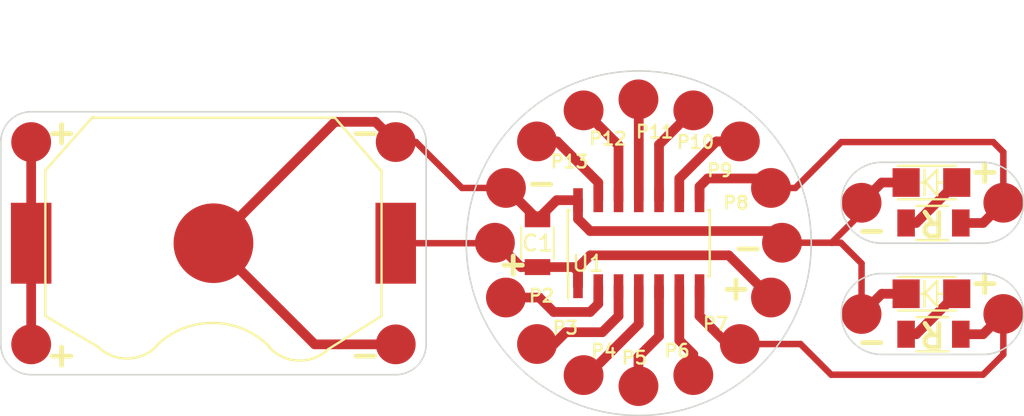
<source format=kicad_pcb>
(kicad_pcb (version 4) (host pcbnew 4.0.6)

  (general
    (links 35)
    (no_connects 1)
    (area 107.264999 72.865 171.9774 98.495153)
    (thickness 1.6)
    (drawings 36)
    (tracks 97)
    (zones 0)
    (modules 31)
    (nets 17)
  )

  (page USLetter)
  (layers
    (0 F.Cu signal)
    (31 B.Cu signal)
    (34 B.Paste user)
    (35 F.Paste user)
    (36 B.SilkS user)
    (37 F.SilkS user)
    (38 B.Mask user)
    (39 F.Mask user)
    (40 Dwgs.User user)
    (44 Edge.Cuts user)
    (46 B.CrtYd user)
  )

  (setup
    (last_trace_width 0.1524)
    (user_trace_width 0.2032)
    (user_trace_width 0.254)
    (user_trace_width 0.3048)
    (user_trace_width 0.4064)
    (user_trace_width 0.5588)
    (user_trace_width 0.6096)
    (user_trace_width 2.032)
    (trace_clearance 0.1524)
    (zone_clearance 0.35)
    (zone_45_only no)
    (trace_min 0.1524)
    (segment_width 0.4)
    (edge_width 0.1)
    (via_size 0.6858)
    (via_drill 0.3302)
    (via_min_size 0.6858)
    (via_min_drill 0.3302)
    (user_via 1 0.5)
    (uvia_size 0.762)
    (uvia_drill 0.508)
    (uvias_allowed no)
    (uvia_min_size 0.508)
    (uvia_min_drill 0.127)
    (pcb_text_width 0.3)
    (pcb_text_size 1.5 1.5)
    (mod_edge_width 0.15)
    (mod_text_size 1 1)
    (mod_text_width 0.15)
    (pad_size 5 5)
    (pad_drill 0)
    (pad_to_mask_clearance 0)
    (aux_axis_origin 0 0)
    (grid_origin 210.82 95.25)
    (visible_elements 7FFFFFFF)
    (pcbplotparams
      (layerselection 0x01088_00000001)
      (usegerberextensions true)
      (excludeedgelayer true)
      (linewidth 0.100000)
      (plotframeref false)
      (viasonmask false)
      (mode 1)
      (useauxorigin false)
      (hpglpennumber 1)
      (hpglpenspeed 20)
      (hpglpendiameter 15)
      (hpglpenoverlay 2)
      (psnegative false)
      (psa4output false)
      (plotreference true)
      (plotvalue true)
      (plotinvisibletext false)
      (padsonsilk false)
      (subtractmaskfromsilk false)
      (outputformat 1)
      (mirror false)
      (drillshape 0)
      (scaleselection 1)
      (outputdirectory gerbers/))
  )

  (net 0 "")
  (net 1 GND)
  (net 2 +BATT)
  (net 3 /RESET)
  (net 4 /D2)
  (net 5 /D3)
  (net 6 /D7)
  (net 7 /D8)
  (net 8 /D9)
  (net 9 /D10)
  (net 10 /D0)
  (net 11 /D1)
  (net 12 /D5-MISO)
  (net 13 /D6-SCK)
  (net 14 /D4-MOSI)
  (net 15 "Net-(D5-Pad2)")
  (net 16 "Net-(D6-Pad2)")

  (net_class Default "This is the default net class."
    (clearance 0.1524)
    (trace_width 0.1524)
    (via_dia 0.6858)
    (via_drill 0.3302)
    (uvia_dia 0.762)
    (uvia_drill 0.508)
    (add_net +BATT)
    (add_net /D0)
    (add_net /D1)
    (add_net /D10)
    (add_net /D2)
    (add_net /D3)
    (add_net /D4-MOSI)
    (add_net /D5-MISO)
    (add_net /D6-SCK)
    (add_net /D7)
    (add_net /D8)
    (add_net /D9)
    (add_net /RESET)
    (add_net GND)
    (add_net "Net-(D5-Pad2)")
    (add_net "Net-(D6-Pad2)")
  )

  (module footprints:SOIC-14_3.9x8.7mm_Pitch1.27mm (layer F.Cu) (tedit 5C8AB85A) (tstamp 5C62106F)
    (at 147.32 87.63 90)
    (descr "14-Lead Plastic Small Outline (SL) - Narrow, 3.90 mm Body [SOIC] (see Microchip Packaging Specification 00000049BS.pdf)")
    (tags "SOIC 1.27")
    (path /5B62CA43)
    (attr smd)
    (fp_text reference U1 (at -1.27 -3.175 360) (layer F.SilkS)
      (effects (font (size 1 1) (thickness 0.15)))
    )
    (fp_text value ATTINY84A-SSU (at 0 5.375 90) (layer F.Fab)
      (effects (font (size 1 1) (thickness 0.15)))
    )
    (fp_text user %R (at 0 0 90) (layer F.Fab)
      (effects (font (size 0.9 0.9) (thickness 0.135)))
    )
    (fp_line (start -0.95 -4.35) (end 1.95 -4.35) (layer F.Fab) (width 0.15))
    (fp_line (start 1.95 -4.35) (end 1.95 4.35) (layer F.Fab) (width 0.15))
    (fp_line (start 1.95 4.35) (end -1.95 4.35) (layer F.Fab) (width 0.15))
    (fp_line (start -1.95 4.35) (end -1.95 -3.35) (layer F.Fab) (width 0.15))
    (fp_line (start -1.95 -3.35) (end -0.95 -4.35) (layer F.Fab) (width 0.15))
    (fp_line (start -3.7 -4.65) (end -3.7 4.65) (layer F.CrtYd) (width 0.05))
    (fp_line (start 3.7 -4.65) (end 3.7 4.65) (layer F.CrtYd) (width 0.05))
    (fp_line (start -3.7 -4.65) (end 3.7 -4.65) (layer F.CrtYd) (width 0.05))
    (fp_line (start -3.7 4.65) (end 3.7 4.65) (layer F.CrtYd) (width 0.05))
    (fp_line (start -2.075 -4.45) (end -2.075 -4.425) (layer F.SilkS) (width 0.15))
    (fp_line (start 2.075 -4.45) (end 2.075 -4.335) (layer F.SilkS) (width 0.15))
    (fp_line (start 2.075 4.45) (end 2.075 4.335) (layer F.SilkS) (width 0.15))
    (fp_line (start -2.075 4.45) (end -2.075 4.335) (layer F.SilkS) (width 0.15))
    (fp_line (start -2.075 -4.45) (end 2.075 -4.45) (layer F.SilkS) (width 0.15))
    (fp_line (start -2.075 4.45) (end 2.075 4.45) (layer F.SilkS) (width 0.15))
    (fp_line (start -2.075 -4.425) (end -3.45 -4.425) (layer F.SilkS) (width 0.15))
    (pad 1 smd rect (at -2.7 -3.81 90) (size 1.5 0.6) (layers F.Cu F.Paste F.Mask)
      (net 2 +BATT))
    (pad 2 smd rect (at -2.7 -2.54 90) (size 1.5 0.6) (layers F.Cu F.Paste F.Mask)
      (net 10 /D0))
    (pad 3 smd rect (at -2.7 -1.27 90) (size 1.5 0.6) (layers F.Cu F.Paste F.Mask)
      (net 11 /D1))
    (pad 4 smd rect (at -2.7 0 90) (size 1.5 0.6) (layers F.Cu F.Paste F.Mask)
      (net 3 /RESET))
    (pad 5 smd rect (at -2.7 1.27 90) (size 1.5 0.6) (layers F.Cu F.Paste F.Mask)
      (net 4 /D2))
    (pad 6 smd rect (at -2.7 2.54 90) (size 1.5 0.6) (layers F.Cu F.Paste F.Mask)
      (net 5 /D3))
    (pad 7 smd rect (at -2.7 3.81 90) (size 1.5 0.6) (layers F.Cu F.Paste F.Mask)
      (net 14 /D4-MOSI))
    (pad 8 smd rect (at 2.7 3.81 90) (size 1.5 0.6) (layers F.Cu F.Paste F.Mask)
      (net 12 /D5-MISO))
    (pad 9 smd rect (at 2.7 2.54 90) (size 1.5 0.6) (layers F.Cu F.Paste F.Mask)
      (net 13 /D6-SCK))
    (pad 10 smd rect (at 2.7 1.27 90) (size 1.5 0.6) (layers F.Cu F.Paste F.Mask)
      (net 6 /D7))
    (pad 11 smd rect (at 2.7 0 90) (size 1.5 0.6) (layers F.Cu F.Paste F.Mask)
      (net 7 /D8))
    (pad 12 smd rect (at 2.7 -1.27 90) (size 1.5 0.6) (layers F.Cu F.Paste F.Mask)
      (net 8 /D9))
    (pad 13 smd rect (at 2.7 -2.54 90) (size 1.5 0.6) (layers F.Cu F.Paste F.Mask)
      (net 9 /D10))
    (pad 14 smd rect (at 2.7 -3.81 90) (size 1.5 0.6) (layers F.Cu F.Paste F.Mask)
      (net 1 GND))
    (model ${KISYS3DMOD}/Housings_SOIC.3dshapes/SOIC-14_3.9x8.7mm_Pitch1.27mm.wrl
      (at (xyz 0 0 0))
      (scale (xyz 1 1 1))
      (rotate (xyz 0 0 0))
    )
  )

  (module footprints:C_1206 (layer F.Cu) (tedit 5B765BF3) (tstamp 5C6213A5)
    (at 140.97 87.63 90)
    (descr "Capacitor SMD 1206, reflow soldering, AVX (see smccp.pdf)")
    (tags "capacitor 1206")
    (path /553FDF53)
    (attr smd)
    (fp_text reference C1 (at 0 0 360) (layer F.SilkS)
      (effects (font (size 1 1) (thickness 0.15)))
    )
    (fp_text value "0.1 uF" (at 0 2 90) (layer F.Fab)
      (effects (font (size 1 1) (thickness 0.15)))
    )
    (fp_text user %R (at 0 -1.75 90) (layer F.Fab)
      (effects (font (size 1 1) (thickness 0.15)))
    )
    (fp_line (start -1.6 0.8) (end -1.6 -0.8) (layer F.Fab) (width 0.1))
    (fp_line (start 1.6 0.8) (end -1.6 0.8) (layer F.Fab) (width 0.1))
    (fp_line (start 1.6 -0.8) (end 1.6 0.8) (layer F.Fab) (width 0.1))
    (fp_line (start -1.6 -0.8) (end 1.6 -0.8) (layer F.Fab) (width 0.1))
    (fp_line (start 1 -1.02) (end -1 -1.02) (layer F.SilkS) (width 0.12))
    (fp_line (start -1 1.02) (end 1 1.02) (layer F.SilkS) (width 0.12))
    (fp_line (start -2.25 -1.05) (end 2.25 -1.05) (layer F.CrtYd) (width 0.05))
    (fp_line (start -2.25 -1.05) (end -2.25 1.05) (layer F.CrtYd) (width 0.05))
    (fp_line (start 2.25 1.05) (end 2.25 -1.05) (layer F.CrtYd) (width 0.05))
    (fp_line (start 2.25 1.05) (end -2.25 1.05) (layer F.CrtYd) (width 0.05))
    (pad 1 smd rect (at -1.5 0 90) (size 1 1.6) (layers F.Cu F.Paste F.Mask)
      (net 2 +BATT))
    (pad 2 smd rect (at 1.5 0 90) (size 1 1.6) (layers F.Cu F.Paste F.Mask)
      (net 1 GND))
    (model Capacitors_SMD.3dshapes/C_1206.wrl
      (at (xyz 0 0 0))
      (scale (xyz 1 1 1))
      (rotate (xyz 0 0 0))
    )
  )

  (module footprints:Pad (layer F.Cu) (tedit 5C8AC7CE) (tstamp 5C8CC00B)
    (at 138.3 87.6)
    (path /5C8B3D58)
    (fp_text reference P1 (at 0 0) (layer F.SilkS) hide
      (effects (font (size 0.8 0.8) (thickness 0.15)))
    )
    (fp_text value CONN_01X01 (at 0 0) (layer F.Fab) hide
      (effects (font (size 0.3 0.3) (thickness 0.03175)))
    )
    (pad 1 smd circle (at 0 0) (size 2.5 2.5) (layers F.Cu F.Paste F.Mask)
      (net 2 +BATT))
  )

  (module footprints:Pad (layer F.Cu) (tedit 5C8AC7D0) (tstamp 5C8CC04C)
    (at 138.99 84.16)
    (path /5C8B43E0)
    (fp_text reference P14 (at 0 0) (layer F.SilkS) hide
      (effects (font (size 0.8 0.8) (thickness 0.15)))
    )
    (fp_text value CONN_01X01 (at 0 0) (layer F.Fab) hide
      (effects (font (size 0.3 0.3) (thickness 0.03175)))
    )
    (pad 1 smd circle (at 0 0) (size 2.5 2.5) (layers F.Cu F.Paste F.Mask)
      (net 1 GND))
  )

  (module footprints:Pad (layer F.Cu) (tedit 5C8AC77D) (tstamp 5C8CC047)
    (at 140.94 81.24)
    (path /5C8B1D6D)
    (fp_text reference P13 (at 2.032 1.27) (layer F.SilkS)
      (effects (font (size 0.8 0.8) (thickness 0.15)))
    )
    (fp_text value CONN_01X01 (at 0 0) (layer F.Fab) hide
      (effects (font (size 0.3 0.3) (thickness 0.03175)))
    )
    (pad 1 smd circle (at 0 0) (size 2.5 2.5) (layers F.Cu F.Paste F.Mask)
      (net 9 /D10))
  )

  (module footprints:Pad (layer F.Cu) (tedit 5C8AC77A) (tstamp 5C8CC042)
    (at 143.86 79.29)
    (path /5C8B2881)
    (fp_text reference P12 (at 1.524 1.778) (layer F.SilkS)
      (effects (font (size 0.8 0.8) (thickness 0.15)))
    )
    (fp_text value CONN_01X01 (at 0 0) (layer F.Fab) hide
      (effects (font (size 0.3 0.3) (thickness 0.03175)))
    )
    (pad 1 smd circle (at 0 0) (size 2.5 2.5) (layers F.Cu F.Paste F.Mask)
      (net 8 /D9))
  )

  (module footprints:Pad (layer F.Cu) (tedit 5C8AC778) (tstamp 5C8CC03D)
    (at 147.3 78.6)
    (path /5C8B28D9)
    (fp_text reference P11 (at 1.016 2.032) (layer F.SilkS)
      (effects (font (size 0.8 0.8) (thickness 0.15)))
    )
    (fp_text value CONN_01X01 (at 0 0) (layer F.Fab) hide
      (effects (font (size 0.3 0.3) (thickness 0.03175)))
    )
    (pad 1 smd circle (at 0 0) (size 2.5 2.5) (layers F.Cu F.Paste F.Mask)
      (net 7 /D8))
  )

  (module footprints:Pad (layer F.Cu) (tedit 5C8AD37B) (tstamp 5C8CC038)
    (at 150.74 79.29)
    (path /5C8B2934)
    (fp_text reference P10 (at 0.136 1.99) (layer F.SilkS)
      (effects (font (size 0.8 0.8) (thickness 0.15)))
    )
    (fp_text value CONN_01X01 (at 0 0) (layer F.Fab) hide
      (effects (font (size 0.3 0.3) (thickness 0.03175)))
    )
    (pad 1 smd circle (at 0 0) (size 2.5 2.5) (layers F.Cu F.Paste F.Mask)
      (net 6 /D7))
  )

  (module footprints:Pad (layer F.Cu) (tedit 5C8AD384) (tstamp 5C8CC033)
    (at 153.66 81.24)
    (path /5C8B2992)
    (fp_text reference P9 (at -1.26 1.818) (layer F.SilkS)
      (effects (font (size 0.8 0.8) (thickness 0.15)))
    )
    (fp_text value CONN_01X01 (at 0 0) (layer F.Fab) hide
      (effects (font (size 0.3 0.3) (thickness 0.03175)))
    )
    (pad 1 smd circle (at 0 0) (size 2.5 2.5) (layers F.Cu F.Paste F.Mask)
      (net 13 /D6-SCK))
  )

  (module footprints:Pad (layer F.Cu) (tedit 5C8AD381) (tstamp 5C8CC02E)
    (at 155.61 84.16)
    (path /5C8B29F3)
    (fp_text reference P8 (at -2.194 0.93) (layer F.SilkS)
      (effects (font (size 0.8 0.8) (thickness 0.15)))
    )
    (fp_text value CONN_01X01 (at 0 0) (layer F.Fab) hide
      (effects (font (size 0.3 0.3) (thickness 0.03175)))
    )
    (pad 1 smd circle (at 0 0) (size 2.5 2.5) (layers F.Cu F.Paste F.Mask)
      (net 12 /D5-MISO))
  )

  (module footprints:Pad (layer F.Cu) (tedit 5C8AC7D9) (tstamp 5C8CC0F1)
    (at 155.61 91.04)
    (path /5C8B6080)
    (fp_text reference PP1 (at 0 0) (layer F.SilkS) hide
      (effects (font (size 0.8 0.8) (thickness 0.15)))
    )
    (fp_text value CONN_01X01 (at 0 0) (layer F.Fab) hide
      (effects (font (size 0.3 0.3) (thickness 0.03175)))
    )
    (pad 1 smd circle (at 0 0) (size 2.5 2.5) (layers F.Cu F.Paste F.Mask)
      (net 2 +BATT))
  )

  (module footprints:Pad (layer F.Cu) (tedit 5C8AC7E1) (tstamp 5C8CC0EC)
    (at 156.3 87.6)
    (path /5C8B4D1B)
    (fp_text reference PG1 (at 0 0) (layer F.SilkS) hide
      (effects (font (size 0.8 0.8) (thickness 0.15)))
    )
    (fp_text value CONN_01X01 (at 0 0) (layer F.Fab) hide
      (effects (font (size 0.3 0.3) (thickness 0.03175)))
    )
    (pad 1 smd circle (at 0 0) (size 2.5 2.5) (layers F.Cu F.Paste F.Mask)
      (net 1 GND))
  )

  (module footprints:Pad (layer F.Cu) (tedit 5C8AC767) (tstamp 5C8CC029)
    (at 153.66 93.96)
    (path /5C8B2A57)
    (fp_text reference P7 (at -1.524 -1.27) (layer F.SilkS)
      (effects (font (size 0.8 0.8) (thickness 0.15)))
    )
    (fp_text value CONN_01X01 (at 0 0) (layer F.Fab) hide
      (effects (font (size 0.3 0.3) (thickness 0.03175)))
    )
    (pad 1 smd circle (at 0 0) (size 2.5 2.5) (layers F.Cu F.Paste F.Mask)
      (net 14 /D4-MOSI))
  )

  (module footprints:Pad (layer F.Cu) (tedit 5C8AC765) (tstamp 5C8CC024)
    (at 150.74 95.91)
    (path /5C8B2ABE)
    (fp_text reference P6 (at -1.016 -1.524) (layer F.SilkS)
      (effects (font (size 0.8 0.8) (thickness 0.15)))
    )
    (fp_text value CONN_01X01 (at 0 0) (layer F.Fab) hide
      (effects (font (size 0.3 0.3) (thickness 0.03175)))
    )
    (pad 1 smd circle (at 0 0) (size 2.5 2.5) (layers F.Cu F.Paste F.Mask)
      (net 5 /D3))
  )

  (module footprints:Pad (layer F.Cu) (tedit 5C8AC763) (tstamp 5C8CC01F)
    (at 147.3 96.6)
    (path /5C8B2F6B)
    (fp_text reference P5 (at -0.254 -1.778) (layer F.SilkS)
      (effects (font (size 0.8 0.8) (thickness 0.15)))
    )
    (fp_text value CONN_01X01 (at 0 0) (layer F.Fab) hide
      (effects (font (size 0.3 0.3) (thickness 0.03175)))
    )
    (pad 1 smd circle (at 0 0) (size 2.5 2.5) (layers F.Cu F.Paste F.Mask)
      (net 4 /D2))
  )

  (module footprints:Pad (layer F.Cu) (tedit 5C8AC760) (tstamp 5C8CC01A)
    (at 143.86 95.91)
    (path /5C8B2FDE)
    (fp_text reference P4 (at 1.27 -1.524) (layer F.SilkS)
      (effects (font (size 0.8 0.8) (thickness 0.15)))
    )
    (fp_text value CONN_01X01 (at 0 0) (layer F.Fab) hide
      (effects (font (size 0.3 0.3) (thickness 0.03175)))
    )
    (pad 1 smd circle (at 0 0) (size 2.5 2.5) (layers F.Cu F.Paste F.Mask)
      (net 3 /RESET))
  )

  (module footprints:Pad (layer F.Cu) (tedit 5C8AC75E) (tstamp 5C8CC015)
    (at 140.94 93.96)
    (path /5C8B2EF7)
    (fp_text reference P3 (at 1.778 -1.016) (layer F.SilkS)
      (effects (font (size 0.8 0.8) (thickness 0.15)))
    )
    (fp_text value CONN_01X01 (at 0 0) (layer F.Fab) hide
      (effects (font (size 0.3 0.3) (thickness 0.03175)))
    )
    (pad 1 smd circle (at 0 0) (size 2.5 2.5) (layers F.Cu F.Paste F.Mask)
      (net 11 /D1))
  )

  (module footprints:Pad (layer F.Cu) (tedit 5C8AD366) (tstamp 5C8CC010)
    (at 138.99 91.04)
    (path /5C8B2D08)
    (fp_text reference P2 (at 2.234 -0.108) (layer F.SilkS)
      (effects (font (size 0.8 0.8) (thickness 0.15)))
    )
    (fp_text value CONN_01X01 (at 0 0) (layer F.Fab) hide
      (effects (font (size 0.3 0.3) (thickness 0.03175)))
    )
    (pad 1 smd circle (at 0 0) (size 2.5 2.5) (layers F.Cu F.Paste F.Mask)
      (net 10 /D0))
  )

  (module footprints:BATT_CR2032_SMD (layer F.Cu) (tedit 5C900F15) (tstamp 5C62159D)
    (at 120.65 87.63)
    (tags battery)
    (path /56CFA61E)
    (fp_text reference BT1 (at 0 5.08) (layer F.SilkS) hide
      (effects (font (size 1.72974 1.08712) (thickness 0.27178)))
    )
    (fp_text value Battery (at 0 -2.54) (layer F.SilkS) hide
      (effects (font (size 1.524 1.016) (thickness 0.254)))
    )
    (fp_line (start -7.1755 6.5405) (end -10.541 4.572) (layer F.SilkS) (width 0.15))
    (fp_line (start 7.1755 6.6675) (end 10.541 4.572) (layer F.SilkS) (width 0.15))
    (fp_arc (start -5.4229 4.6355) (end -3.5179 6.4135) (angle 90) (layer F.SilkS) (width 0.15))
    (fp_arc (start 5.4102 4.7625) (end 7.1882 6.6675) (angle 90) (layer F.SilkS) (width 0.15))
    (fp_arc (start -0.0635 10.033) (end -3.556 6.4135) (angle 90) (layer F.SilkS) (width 0.15))
    (fp_line (start 7.62 -7.874) (end 10.541 -4.5085) (layer F.SilkS) (width 0.15))
    (fp_line (start -10.541 -4.572) (end -7.5565 -7.9375) (layer F.SilkS) (width 0.15))
    (fp_line (start -7.62 -7.874) (end 7.62 -7.874) (layer F.SilkS) (width 0.15))
    (fp_line (start -10.541 4.572) (end -10.541 -4.572) (layer F.SilkS) (width 0.15))
    (fp_line (start 10.541 4.572) (end 10.541 -4.572) (layer F.SilkS) (width 0.15))
    (fp_circle (center 0 0) (end -10.16 0) (layer Dwgs.User) (width 0.15))
    (pad 2 smd circle (at 0 0) (size 5 5) (layers F.Cu F.Paste F.Mask)
      (net 1 GND))
    (pad 1 smd rect (at -11.43 0) (size 2.54 5.08) (layers F.Cu F.Paste F.Mask)
      (net 2 +BATT))
    (pad 1 smd rect (at 11.43 0) (size 2.54 5.08) (layers F.Cu F.Paste F.Mask)
      (net 2 +BATT))
    (model "../../../../../../Users/kolsen/Documents/git/KiCad/projects/Attiny/Cylon sew 2/design_files - BATT/BatteryHolder_Keystone_3034_1x20mm.wrl"
      (at (xyz 0 0 0))
      (scale (xyz 1 1 1))
      (rotate (xyz 0 0 0))
    )
  )

  (module footprints:Pad (layer F.Cu) (tedit 5C8AD590) (tstamp 5C8CC00B)
    (at 109.22 93.98)
    (path /5C8B3D58)
    (fp_text reference PP1 (at 0 0) (layer F.SilkS) hide
      (effects (font (size 0.8 0.8) (thickness 0.15)))
    )
    (fp_text value CONN_01X01 (at 0 0) (layer F.Fab) hide
      (effects (font (size 0.3 0.3) (thickness 0.03175)))
    )
    (pad 1 smd circle (at 0 0) (size 2.5 2.5) (layers F.Cu F.Paste F.Mask)
      (net 2 +BATT))
  )

  (module footprints:Pad (layer F.Cu) (tedit 5C8AD599) (tstamp 5C8CC04C)
    (at 109.22 81.28)
    (path /5C8B43E0)
    (fp_text reference PP2 (at 0 0) (layer F.SilkS) hide
      (effects (font (size 0.8 0.8) (thickness 0.15)))
    )
    (fp_text value CONN_01X01 (at 0 0) (layer F.Fab) hide
      (effects (font (size 0.3 0.3) (thickness 0.03175)))
    )
    (pad 1 smd circle (at 0 0) (size 2.5 2.5) (layers F.Cu F.Paste F.Mask)
      (net 2 +BATT))
  )

  (module footprints:Pad (layer F.Cu) (tedit 5C8AD5A1) (tstamp 5C8CC0F1)
    (at 132.08 93.98)
    (path /5C8B7C87)
    (fp_text reference PG1 (at 0 0) (layer F.SilkS) hide
      (effects (font (size 0.8 0.8) (thickness 0.15)))
    )
    (fp_text value CONN_01X01 (at 0 0) (layer F.Fab) hide
      (effects (font (size 0.3 0.3) (thickness 0.03175)))
    )
    (pad 1 smd circle (at 0 0) (size 2.5 2.5) (layers F.Cu F.Paste F.Mask)
      (net 1 GND))
  )

  (module footprints:Pad (layer F.Cu) (tedit 5C8AD5A8) (tstamp 5C8CC0EC)
    (at 132.08 81.28)
    (path /5C8B7C5B)
    (fp_text reference PG2 (at 0 0) (layer F.SilkS) hide
      (effects (font (size 0.8 0.8) (thickness 0.15)))
    )
    (fp_text value CONN_01X01 (at 0 0) (layer F.Fab) hide
      (effects (font (size 0.3 0.3) (thickness 0.03175)))
    )
    (pad 1 smd circle (at 0 0) (size 2.5 2.5) (layers F.Cu F.Paste F.Mask)
      (net 1 GND))
  )

  (module footprints:LED-1206 (layer F.Cu) (tedit 5C8AD87C) (tstamp 5C633066)
    (at 165.735 83.82)
    (descr "LED 1206 smd package")
    (tags "LED1206 SMD")
    (path /5B6126D8)
    (attr smd)
    (fp_text reference D5 (at 0 -2.54) (layer F.SilkS) hide
      (effects (font (size 1.25 1.25) (thickness 0.3125)))
    )
    (fp_text value LED (at 0 2) (layer F.Fab)
      (effects (font (size 1 1) (thickness 0.15)))
    )
    (fp_line (start -0.5 0.7) (end -0.5 0.8) (layer F.SilkS) (width 0.15))
    (fp_line (start -0.5 -0.7) (end -0.5 -0.8) (layer F.SilkS) (width 0.15))
    (fp_line (start 0.3 0) (end 0.6 0) (layer F.SilkS) (width 0.15))
    (fp_line (start 0.3 0.8) (end 0.3 -0.7) (layer F.SilkS) (width 0.15))
    (fp_line (start 0.3 -0.7) (end 0.3 -0.8) (layer F.SilkS) (width 0.15))
    (fp_line (start 0.2 0.7) (end 0.3 0.8) (layer F.SilkS) (width 0.15))
    (fp_line (start 0.2 -0.7) (end 0.3 -0.8) (layer F.SilkS) (width 0.15))
    (fp_line (start -0.7 0) (end -0.5 0) (layer F.SilkS) (width 0.15))
    (fp_line (start -0.5 0.5) (end -0.5 0.7) (layer F.SilkS) (width 0.15))
    (fp_line (start -0.5 -0.5) (end -0.5 -0.7) (layer F.SilkS) (width 0.15))
    (fp_line (start -0.4 0) (end 0.2 0.7) (layer F.SilkS) (width 0.15))
    (fp_line (start 0.2 -0.7) (end -0.4 -0.1) (layer F.SilkS) (width 0.15))
    (fp_line (start -2.15 1.05) (end 1.45 1.05) (layer F.SilkS) (width 0.15))
    (fp_line (start -2.15 -1.05) (end 1.45 -1.05) (layer F.SilkS) (width 0.15))
    (fp_line (start -0.5 -0.5) (end -0.5 0.5) (layer F.SilkS) (width 0.15))
    (fp_line (start 2.5 -1.25) (end -2.5 -1.25) (layer F.CrtYd) (width 0.05))
    (fp_line (start -2.5 -1.25) (end -2.5 1.25) (layer F.CrtYd) (width 0.05))
    (fp_line (start -2.5 1.25) (end 2.5 1.25) (layer F.CrtYd) (width 0.05))
    (fp_line (start 2.5 1.25) (end 2.5 -1.25) (layer F.CrtYd) (width 0.05))
    (pad 2 smd rect (at 1.524 0 180) (size 1.7 1.80086) (layers F.Cu F.Paste F.Mask)
      (net 15 "Net-(D5-Pad2)"))
    (pad 1 smd rect (at -1.651 0 180) (size 1.7 1.80086) (layers F.Cu F.Paste F.Mask)
      (net 1 GND))
    (model LEDs.3dshapes/LED_1206.wrl
      (at (xyz 0 0 0))
      (scale (xyz 1 1 1))
      (rotate (xyz 0 0 0))
    )
  )

  (module footprints:R_1206 (layer F.Cu) (tedit 5C8AD952) (tstamp 5C632FA8)
    (at 165.735 86.36 180)
    (descr "Resistor SMD 1206, reflow soldering, Vishay (see dcrcw.pdf)")
    (tags "resistor 1206")
    (path /5B612743)
    (attr smd)
    (fp_text reference R5 (at 0 0 180) (layer F.SilkS) hide
      (effects (font (size 1.25 1.25) (thickness 0.2)))
    )
    (fp_text value 100 (at 0 -2.54 180) (layer F.SilkS) hide
      (effects (font (size 1 1) (thickness 0.15)))
    )
    (fp_line (start -2.2 -1.2) (end 2.2 -1.2) (layer F.CrtYd) (width 0.05))
    (fp_line (start -2.2 1.2) (end 2.2 1.2) (layer F.CrtYd) (width 0.05))
    (fp_line (start -2.2 -1.2) (end -2.2 1.2) (layer F.CrtYd) (width 0.05))
    (fp_line (start 2.2 -1.2) (end 2.2 1.2) (layer F.CrtYd) (width 0.05))
    (fp_line (start 1 1.075) (end -1 1.075) (layer F.SilkS) (width 0.15))
    (fp_line (start -1 -1.075) (end 1 -1.075) (layer F.SilkS) (width 0.15))
    (pad 1 smd rect (at -1.778 0 180) (size 1.1 1.7) (layers F.Cu F.Paste F.Mask)
      (net 12 /D5-MISO))
    (pad 2 smd rect (at 1.651 0 180) (size 1.1 1.7) (layers F.Cu F.Paste F.Mask)
      (net 15 "Net-(D5-Pad2)"))
    (model Resistors_SMD.3dshapes/R_1206.wrl
      (at (xyz 0 0 0))
      (scale (xyz 1 1 1))
      (rotate (xyz 0 0 0))
    )
  )

  (module footprints:Pad (layer F.Cu) (tedit 5C8AC7D0) (tstamp 5C8CC04C)
    (at 161.29 85.09 90)
    (path /5C8B43E0)
    (fp_text reference P14 (at 0 0 90) (layer F.SilkS) hide
      (effects (font (size 0.8 0.8) (thickness 0.15)))
    )
    (fp_text value CONN_01X01 (at 0 0 90) (layer F.Fab) hide
      (effects (font (size 0.3 0.3) (thickness 0.03175)))
    )
    (pad 1 smd circle (at 0 0 90) (size 2.5 2.5) (layers F.Cu F.Paste F.Mask)
      (net 1 GND))
  )

  (module footprints:Pad (layer F.Cu) (tedit 5C8AD91C) (tstamp 5C8CC02E)
    (at 170.18 85.09 90)
    (path /5C8B29F3)
    (fp_text reference P8 (at -2.194 0.93 90) (layer F.SilkS) hide
      (effects (font (size 0.8 0.8) (thickness 0.15)))
    )
    (fp_text value CONN_01X01 (at 0 0 90) (layer F.Fab) hide
      (effects (font (size 0.3 0.3) (thickness 0.03175)))
    )
    (pad 1 smd circle (at 0 0 90) (size 2.5 2.5) (layers F.Cu F.Paste F.Mask)
      (net 12 /D5-MISO))
  )

  (module footprints:LED-1206 (layer F.Cu) (tedit 5C8AD87C) (tstamp 5C633066)
    (at 165.735 90.805)
    (descr "LED 1206 smd package")
    (tags "LED1206 SMD")
    (path /5B6126D8)
    (attr smd)
    (fp_text reference D5 (at 0 -2.54) (layer F.SilkS) hide
      (effects (font (size 1.25 1.25) (thickness 0.3125)))
    )
    (fp_text value LED (at 0 2) (layer F.Fab)
      (effects (font (size 1 1) (thickness 0.15)))
    )
    (fp_line (start -0.5 0.7) (end -0.5 0.8) (layer F.SilkS) (width 0.15))
    (fp_line (start -0.5 -0.7) (end -0.5 -0.8) (layer F.SilkS) (width 0.15))
    (fp_line (start 0.3 0) (end 0.6 0) (layer F.SilkS) (width 0.15))
    (fp_line (start 0.3 0.8) (end 0.3 -0.7) (layer F.SilkS) (width 0.15))
    (fp_line (start 0.3 -0.7) (end 0.3 -0.8) (layer F.SilkS) (width 0.15))
    (fp_line (start 0.2 0.7) (end 0.3 0.8) (layer F.SilkS) (width 0.15))
    (fp_line (start 0.2 -0.7) (end 0.3 -0.8) (layer F.SilkS) (width 0.15))
    (fp_line (start -0.7 0) (end -0.5 0) (layer F.SilkS) (width 0.15))
    (fp_line (start -0.5 0.5) (end -0.5 0.7) (layer F.SilkS) (width 0.15))
    (fp_line (start -0.5 -0.5) (end -0.5 -0.7) (layer F.SilkS) (width 0.15))
    (fp_line (start -0.4 0) (end 0.2 0.7) (layer F.SilkS) (width 0.15))
    (fp_line (start 0.2 -0.7) (end -0.4 -0.1) (layer F.SilkS) (width 0.15))
    (fp_line (start -2.15 1.05) (end 1.45 1.05) (layer F.SilkS) (width 0.15))
    (fp_line (start -2.15 -1.05) (end 1.45 -1.05) (layer F.SilkS) (width 0.15))
    (fp_line (start -0.5 -0.5) (end -0.5 0.5) (layer F.SilkS) (width 0.15))
    (fp_line (start 2.5 -1.25) (end -2.5 -1.25) (layer F.CrtYd) (width 0.05))
    (fp_line (start -2.5 -1.25) (end -2.5 1.25) (layer F.CrtYd) (width 0.05))
    (fp_line (start -2.5 1.25) (end 2.5 1.25) (layer F.CrtYd) (width 0.05))
    (fp_line (start 2.5 1.25) (end 2.5 -1.25) (layer F.CrtYd) (width 0.05))
    (pad 2 smd rect (at 1.524 0 180) (size 1.7 1.80086) (layers F.Cu F.Paste F.Mask)
      (net 16 "Net-(D6-Pad2)"))
    (pad 1 smd rect (at -1.651 0 180) (size 1.7 1.80086) (layers F.Cu F.Paste F.Mask)
      (net 1 GND))
    (model LEDs.3dshapes/LED_1206.wrl
      (at (xyz 0 0 0))
      (scale (xyz 1 1 1))
      (rotate (xyz 0 0 0))
    )
  )

  (module footprints:R_1206 (layer F.Cu) (tedit 5C8AD952) (tstamp 5C632FA8)
    (at 165.735 93.345 180)
    (descr "Resistor SMD 1206, reflow soldering, Vishay (see dcrcw.pdf)")
    (tags "resistor 1206")
    (path /5B612743)
    (attr smd)
    (fp_text reference R5 (at 0 0 180) (layer F.SilkS) hide
      (effects (font (size 1.25 1.25) (thickness 0.2)))
    )
    (fp_text value 100 (at 0 -2.54 180) (layer F.SilkS) hide
      (effects (font (size 1 1) (thickness 0.15)))
    )
    (fp_line (start -2.2 -1.2) (end 2.2 -1.2) (layer F.CrtYd) (width 0.05))
    (fp_line (start -2.2 1.2) (end 2.2 1.2) (layer F.CrtYd) (width 0.05))
    (fp_line (start -2.2 -1.2) (end -2.2 1.2) (layer F.CrtYd) (width 0.05))
    (fp_line (start 2.2 -1.2) (end 2.2 1.2) (layer F.CrtYd) (width 0.05))
    (fp_line (start 1 1.075) (end -1 1.075) (layer F.SilkS) (width 0.15))
    (fp_line (start -1 -1.075) (end 1 -1.075) (layer F.SilkS) (width 0.15))
    (pad 1 smd rect (at -1.778 0 180) (size 1.1 1.7) (layers F.Cu F.Paste F.Mask)
      (net 14 /D4-MOSI))
    (pad 2 smd rect (at 1.651 0 180) (size 1.1 1.7) (layers F.Cu F.Paste F.Mask)
      (net 16 "Net-(D6-Pad2)"))
    (model Resistors_SMD.3dshapes/R_1206.wrl
      (at (xyz 0 0 0))
      (scale (xyz 1 1 1))
      (rotate (xyz 0 0 0))
    )
  )

  (module footprints:Pad (layer F.Cu) (tedit 5C8AC7D0) (tstamp 5C8CC04C)
    (at 161.29 92.075 90)
    (path /5C8B43E0)
    (fp_text reference P14 (at 0 0 90) (layer F.SilkS) hide
      (effects (font (size 0.8 0.8) (thickness 0.15)))
    )
    (fp_text value CONN_01X01 (at 0 0 90) (layer F.Fab) hide
      (effects (font (size 0.3 0.3) (thickness 0.03175)))
    )
    (pad 1 smd circle (at 0 0 90) (size 2.5 2.5) (layers F.Cu F.Paste F.Mask)
      (net 1 GND))
  )

  (module footprints:Pad (layer F.Cu) (tedit 5C8AD91C) (tstamp 5C8CC02E)
    (at 170.18 92.075 90)
    (path /5C8B29F3)
    (fp_text reference P8 (at -2.194 0.93 90) (layer F.SilkS) hide
      (effects (font (size 0.8 0.8) (thickness 0.15)))
    )
    (fp_text value CONN_01X01 (at 0 0 90) (layer F.Fab) hide
      (effects (font (size 0.3 0.3) (thickness 0.03175)))
    )
    (pad 1 smd circle (at 0 0 90) (size 2.5 2.5) (layers F.Cu F.Paste F.Mask)
      (net 14 /D4-MOSI))
  )

  (dimension 21.59 (width 0.3) (layer Dwgs.User)
    (gr_text "0.85 in" (at 147.32 74.215) (layer Dwgs.User)
      (effects (font (size 1.5 1.5) (thickness 0.3)))
    )
    (feature1 (pts (xy 158.115 87.63) (xy 158.115 72.865)))
    (feature2 (pts (xy 136.525 87.63) (xy 136.525 72.865)))
    (crossbar (pts (xy 136.525 75.565) (xy 158.115 75.565)))
    (arrow1a (pts (xy 158.115 75.565) (xy 156.988496 76.151421)))
    (arrow1b (pts (xy 158.115 75.565) (xy 156.988496 74.978579)))
    (arrow2a (pts (xy 136.525 75.565) (xy 137.651504 76.151421)))
    (arrow2b (pts (xy 136.525 75.565) (xy 137.651504 74.978579)))
  )
  (gr_text - (at 154.178 87.884) (layer F.SilkS)
    (effects (font (size 1.5 1.5) (thickness 0.3)))
  )
  (gr_text - (at 141.224 83.82) (layer F.SilkS)
    (effects (font (size 1.5 1.5) (thickness 0.3)))
  )
  (gr_text + (at 153.416 90.424) (layer F.SilkS)
    (effects (font (size 1.5 1.5) (thickness 0.3)))
  )
  (gr_text + (at 139.446 88.9) (layer F.SilkS)
    (effects (font (size 1.5 1.5) (thickness 0.3)))
  )
  (gr_circle (center 147.32 87.63) (end 149.098 98.298) (layer Edge.Cuts) (width 0.1))
  (gr_text - (at 130.175 80.645) (layer F.SilkS)
    (effects (font (size 1.5 1.5) (thickness 0.3)))
  )
  (gr_text - (at 130.175 94.615) (layer F.SilkS)
    (effects (font (size 1.5 1.5) (thickness 0.3)))
  )
  (gr_text + (at 111.125 94.615) (layer F.SilkS)
    (effects (font (size 1.5 1.5) (thickness 0.3)))
  )
  (gr_text + (at 111.125 80.645) (layer F.SilkS)
    (effects (font (size 1.5 1.5) (thickness 0.3)))
  )
  (gr_line (start 107.315 93.98) (end 107.315 81.28) (angle 90) (layer Edge.Cuts) (width 0.1))
  (gr_line (start 132.08 95.885) (end 109.22 95.885) (angle 90) (layer Edge.Cuts) (width 0.1))
  (gr_line (start 133.985 81.28) (end 133.985 93.98) (angle 90) (layer Edge.Cuts) (width 0.1))
  (gr_line (start 109.22 79.375) (end 132.08 79.375) (angle 90) (layer Edge.Cuts) (width 0.1))
  (gr_arc (start 109.22 81.28) (end 107.315 81.28) (angle 90) (layer Edge.Cuts) (width 0.1))
  (gr_arc (start 109.22 93.98) (end 109.22 95.885) (angle 90) (layer Edge.Cuts) (width 0.1))
  (gr_arc (start 132.08 93.98) (end 133.985 93.98) (angle 90) (layer Edge.Cuts) (width 0.1))
  (gr_arc (start 132.08 81.28) (end 132.08 79.375) (angle 90) (layer Edge.Cuts) (width 0.1))
  (gr_text R (at 165.735 86.36 180) (layer F.SilkS)
    (effects (font (size 1.5 1.5) (thickness 0.3)))
  )
  (gr_text - (at 161.925 86.995 180) (layer F.SilkS)
    (effects (font (size 1.5 1.5) (thickness 0.3)))
  )
  (gr_text + (at 168.91 83.185 90) (layer F.SilkS)
    (effects (font (size 1.5 1.5) (thickness 0.3)))
  )
  (gr_line (start 162.56 87.63) (end 168.91 87.63) (angle 90) (layer Edge.Cuts) (width 0.1))
  (gr_line (start 168.91 82.55) (end 162.56 82.55) (angle 90) (layer Edge.Cuts) (width 0.1))
  (gr_arc (start 168.91 85.09) (end 168.91 82.55) (angle 90) (layer Edge.Cuts) (width 0.1))
  (gr_arc (start 168.91 85.09) (end 171.45 85.09) (angle 90) (layer Edge.Cuts) (width 0.1))
  (gr_arc (start 162.56 85.09) (end 160.02 85.09) (angle 90) (layer Edge.Cuts) (width 0.1))
  (gr_arc (start 162.56 85.09) (end 162.56 87.63) (angle 90) (layer Edge.Cuts) (width 0.1))
  (gr_text R (at 165.735 93.345 180) (layer F.SilkS)
    (effects (font (size 1.5 1.5) (thickness 0.3)))
  )
  (gr_text - (at 161.925 93.98 180) (layer F.SilkS)
    (effects (font (size 1.5 1.5) (thickness 0.3)))
  )
  (gr_text + (at 168.91 90.17 90) (layer F.SilkS)
    (effects (font (size 1.5 1.5) (thickness 0.3)))
  )
  (gr_line (start 162.56 94.615) (end 168.91 94.615) (angle 90) (layer Edge.Cuts) (width 0.1))
  (gr_line (start 168.91 89.535) (end 162.56 89.535) (angle 90) (layer Edge.Cuts) (width 0.1))
  (gr_arc (start 168.91 92.075) (end 168.91 89.535) (angle 90) (layer Edge.Cuts) (width 0.1))
  (gr_arc (start 168.91 92.075) (end 171.45 92.075) (angle 90) (layer Edge.Cuts) (width 0.1))
  (gr_arc (start 162.56 92.075) (end 160.02 92.075) (angle 90) (layer Edge.Cuts) (width 0.1))
  (gr_arc (start 162.56 92.075) (end 162.56 94.615) (angle 90) (layer Edge.Cuts) (width 0.1))

  (segment (start 132.08 81.28) (end 133.35 81.28) (width 0.4064) (layer F.Cu) (net 1))
  (segment (start 136.23 84.16) (end 138.99 84.16) (width 0.4064) (layer F.Cu) (net 1) (tstamp 5C8FE30B))
  (segment (start 133.35 81.28) (end 136.23 84.16) (width 0.4064) (layer F.Cu) (net 1) (tstamp 5C8FE30A))
  (segment (start 159.415 87.6) (end 159.99 87.6) (width 0.4064) (layer F.Cu) (net 1))
  (segment (start 161.29 88.9) (end 161.29 92.075) (width 0.4064) (layer F.Cu) (net 1) (tstamp 5C8FE2E2))
  (segment (start 159.99 87.6) (end 161.29 88.9) (width 0.4064) (layer F.Cu) (net 1) (tstamp 5C8FE2E1))
  (segment (start 156.3 87.6) (end 159.415 87.6) (width 0.4064) (layer F.Cu) (net 1))
  (segment (start 159.415 87.6) (end 161.29 85.725) (width 0.4064) (layer F.Cu) (net 1) (tstamp 5C8FE2DD))
  (segment (start 161.29 85.725) (end 161.29 85.09) (width 0.4064) (layer F.Cu) (net 1) (tstamp 5C8FE2DE))
  (segment (start 143.51 84.93) (end 143.51 86.106) (width 0.6096) (layer F.Cu) (net 1))
  (segment (start 144.272 86.868) (end 155.568 86.868) (width 0.6096) (layer F.Cu) (net 1) (tstamp 5C8CC29B))
  (segment (start 143.51 86.106) (end 144.272 86.868) (width 0.6096) (layer F.Cu) (net 1) (tstamp 5C8CC29A))
  (segment (start 155.568 86.868) (end 156.3 87.6) (width 0.6096) (layer F.Cu) (net 1) (tstamp 5C8CC29C))
  (segment (start 138.99 84.16) (end 139 84.16) (width 0.6096) (layer F.Cu) (net 1))
  (segment (start 139 84.16) (end 140.97 86.13) (width 0.6096) (layer F.Cu) (net 1) (tstamp 5C8CC271))
  (segment (start 143.51 84.93) (end 142.17 84.93) (width 0.6096) (layer F.Cu) (net 1))
  (segment (start 142.17 84.93) (end 140.97 86.13) (width 0.6096) (layer F.Cu) (net 1) (tstamp 5C8CC26E))
  (segment (start 120.65 87.63) (end 128.27 80.01) (width 0.6096) (layer F.Cu) (net 1))
  (segment (start 130.81 80.01) (end 132.08 81.28) (width 0.6096) (layer F.Cu) (net 1) (tstamp 5C8CC331))
  (segment (start 128.27 80.01) (end 130.81 80.01) (width 0.6096) (layer F.Cu) (net 1) (tstamp 5C8CC330))
  (segment (start 132.08 93.98) (end 127 93.98) (width 0.6096) (layer F.Cu) (net 1))
  (segment (start 127 93.98) (end 120.65 87.63) (width 0.6096) (layer F.Cu) (net 1) (tstamp 5C8CC32C))
  (segment (start 164.084 83.82) (end 162.56 83.82) (width 0.6096) (layer F.Cu) (net 1))
  (segment (start 162.56 83.82) (end 161.29 85.09) (width 0.6096) (layer F.Cu) (net 1) (tstamp 5C8CC483))
  (segment (start 164.084 90.805) (end 162.56 90.805) (width 0.6096) (layer F.Cu) (net 1))
  (segment (start 162.56 90.805) (end 161.29 92.075) (width 0.6096) (layer F.Cu) (net 1) (tstamp 5C8CC483))
  (segment (start 132.08 87.63) (end 138.27 87.63) (width 0.4064) (layer F.Cu) (net 2))
  (segment (start 138.27 87.63) (end 138.3 87.6) (width 0.4064) (layer F.Cu) (net 2) (tstamp 5C8FE307))
  (segment (start 138.27 87.63) (end 138.3 87.6) (width 0.4064) (layer F.Cu) (net 2) (tstamp 5C8FE2D3))
  (segment (start 143.51 90.33) (end 143.51 89.154) (width 0.6096) (layer F.Cu) (net 2))
  (segment (start 152.962 88.392) (end 155.61 91.04) (width 0.6096) (layer F.Cu) (net 2) (tstamp 5C8CC2A1))
  (segment (start 144.272 88.392) (end 152.962 88.392) (width 0.6096) (layer F.Cu) (net 2) (tstamp 5C8CC2A0))
  (segment (start 143.51 89.154) (end 144.272 88.392) (width 0.6096) (layer F.Cu) (net 2) (tstamp 5C8CC29F))
  (segment (start 140.97 89.13) (end 143.232 89.13) (width 0.6096) (layer F.Cu) (net 2))
  (segment (start 143.51 89.408) (end 143.51 90.33) (width 0.6096) (layer F.Cu) (net 2) (tstamp 5C8CC279))
  (segment (start 143.232 89.13) (end 143.51 89.408) (width 0.6096) (layer F.Cu) (net 2) (tstamp 5C8CC278))
  (segment (start 138.3 87.6) (end 138.4 87.6) (width 0.6096) (layer F.Cu) (net 2))
  (segment (start 138.4 87.6) (end 139.93 89.13) (width 0.6096) (layer F.Cu) (net 2) (tstamp 5C8CC274))
  (segment (start 139.93 89.13) (end 140.97 89.13) (width 0.6096) (layer F.Cu) (net 2) (tstamp 5C8CC275))
  (segment (start 109.22 87.63) (end 109.22 93.98) (width 0.6096) (layer F.Cu) (net 2))
  (segment (start 109.22 87.63) (end 109.22 81.28) (width 0.6096) (layer F.Cu) (net 2))
  (segment (start 143.86 95.91) (end 144.12 95.91) (width 0.6096) (layer F.Cu) (net 3))
  (segment (start 144.12 95.91) (end 147.32 92.71) (width 0.6096) (layer F.Cu) (net 3) (tstamp 5C8CC288))
  (segment (start 147.32 92.71) (end 147.32 90.33) (width 0.6096) (layer F.Cu) (net 3) (tstamp 5C8CC289))
  (segment (start 147.3 96.6) (end 147.3 94.762) (width 0.6096) (layer F.Cu) (net 4))
  (segment (start 148.59 93.472) (end 148.59 90.33) (width 0.6096) (layer F.Cu) (net 4) (tstamp 5C8CC28D))
  (segment (start 147.3 94.762) (end 148.59 93.472) (width 0.6096) (layer F.Cu) (net 4) (tstamp 5C8CC28C))
  (segment (start 150.74 95.91) (end 150.74 94.606) (width 0.6096) (layer F.Cu) (net 5))
  (segment (start 149.86 93.726) (end 149.86 90.33) (width 0.6096) (layer F.Cu) (net 5) (tstamp 5C8CC291))
  (segment (start 150.74 94.606) (end 149.86 93.726) (width 0.6096) (layer F.Cu) (net 5) (tstamp 5C8CC290))
  (segment (start 148.59 84.93) (end 148.59 81.44) (width 0.6096) (layer F.Cu) (net 6))
  (segment (start 148.59 81.44) (end 150.74 79.29) (width 0.6096) (layer F.Cu) (net 6) (tstamp 5C8CC262))
  (segment (start 147.32 84.93) (end 147.32 78.62) (width 0.6096) (layer F.Cu) (net 7))
  (segment (start 147.32 78.62) (end 147.3 78.6) (width 0.6096) (layer F.Cu) (net 7) (tstamp 5C8CC25F))
  (segment (start 146.05 84.93) (end 146.05 81.48) (width 0.6096) (layer F.Cu) (net 8))
  (segment (start 146.05 81.48) (end 143.86 79.29) (width 0.6096) (layer F.Cu) (net 8) (tstamp 5C8CC258))
  (segment (start 144.78 84.93) (end 144.78 83.82) (width 0.6096) (layer F.Cu) (net 9))
  (segment (start 142.2 81.24) (end 140.94 81.24) (width 0.6096) (layer F.Cu) (net 9) (tstamp 5C8CC25C))
  (segment (start 144.78 83.82) (end 142.2 81.24) (width 0.6096) (layer F.Cu) (net 9) (tstamp 5C8CC25B))
  (segment (start 138.99 91.04) (end 141.078 91.04) (width 0.6096) (layer F.Cu) (net 10))
  (segment (start 144.78 91.44) (end 144.78 90.33) (width 0.6096) (layer F.Cu) (net 10) (tstamp 5C8CC27F))
  (segment (start 144.272 91.948) (end 144.78 91.44) (width 0.6096) (layer F.Cu) (net 10) (tstamp 5C8CC27E))
  (segment (start 141.986 91.948) (end 144.272 91.948) (width 0.6096) (layer F.Cu) (net 10) (tstamp 5C8CC27D))
  (segment (start 141.078 91.04) (end 141.986 91.948) (width 0.6096) (layer F.Cu) (net 10) (tstamp 5C8CC27C))
  (segment (start 140.94 93.96) (end 142.006 93.96) (width 0.6096) (layer F.Cu) (net 11))
  (segment (start 142.006 93.96) (end 142.748 93.218) (width 0.6096) (layer F.Cu) (net 11) (tstamp 5C8CC282))
  (segment (start 142.748 93.218) (end 145.034 93.218) (width 0.6096) (layer F.Cu) (net 11) (tstamp 5C8CC283))
  (segment (start 145.034 93.218) (end 146.05 92.202) (width 0.6096) (layer F.Cu) (net 11) (tstamp 5C8CC284))
  (segment (start 146.05 92.202) (end 146.05 90.33) (width 0.6096) (layer F.Cu) (net 11) (tstamp 5C8CC285))
  (segment (start 155.61 84.16) (end 157.14 84.16) (width 0.4064) (layer F.Cu) (net 12))
  (segment (start 170.18 81.915) (end 170.18 85.09) (width 0.4064) (layer F.Cu) (net 12) (tstamp 5C8FE2DA))
  (segment (start 169.545 81.28) (end 170.18 81.915) (width 0.4064) (layer F.Cu) (net 12) (tstamp 5C8FE2D9))
  (segment (start 160.02 81.28) (end 169.545 81.28) (width 0.4064) (layer F.Cu) (net 12) (tstamp 5C8FE2D7))
  (segment (start 157.14 84.16) (end 160.02 81.28) (width 0.4064) (layer F.Cu) (net 12) (tstamp 5C8FE2D6))
  (segment (start 151.13 84.93) (end 151.13 84.074) (width 0.6096) (layer F.Cu) (net 12))
  (segment (start 151.638 83.566) (end 155.016 83.566) (width 0.6096) (layer F.Cu) (net 12) (tstamp 5C8CC26A))
  (segment (start 151.13 84.074) (end 151.638 83.566) (width 0.6096) (layer F.Cu) (net 12) (tstamp 5C8CC269))
  (segment (start 155.016 83.566) (end 155.61 84.16) (width 0.6096) (layer F.Cu) (net 12) (tstamp 5C8CC26B))
  (segment (start 167.513 86.36) (end 168.91 86.36) (width 0.6096) (layer F.Cu) (net 12))
  (segment (start 168.91 86.36) (end 170.18 85.09) (width 0.6096) (layer F.Cu) (net 12) (tstamp 5C8CC489))
  (segment (start 149.86 84.93) (end 149.86 83.566) (width 0.6096) (layer F.Cu) (net 13))
  (segment (start 152.186 81.24) (end 153.66 81.24) (width 0.6096) (layer F.Cu) (net 13) (tstamp 5C8CC266))
  (segment (start 149.86 83.566) (end 152.186 81.24) (width 0.6096) (layer F.Cu) (net 13) (tstamp 5C8CC265))
  (segment (start 153.66 93.96) (end 157.46 93.96) (width 0.4064) (layer F.Cu) (net 14))
  (segment (start 170.18 94.615) (end 170.18 92.075) (width 0.4064) (layer F.Cu) (net 14) (tstamp 5C8FE2E9))
  (segment (start 168.91 95.885) (end 170.18 94.615) (width 0.4064) (layer F.Cu) (net 14) (tstamp 5C8FE2E8))
  (segment (start 159.385 95.885) (end 168.91 95.885) (width 0.4064) (layer F.Cu) (net 14) (tstamp 5C8FE2E6))
  (segment (start 157.46 93.96) (end 159.385 95.885) (width 0.4064) (layer F.Cu) (net 14) (tstamp 5C8FE2E5))
  (segment (start 153.66 93.96) (end 152.888 93.96) (width 0.6096) (layer F.Cu) (net 14))
  (segment (start 152.888 93.96) (end 151.13 92.202) (width 0.6096) (layer F.Cu) (net 14) (tstamp 5C8CC294))
  (segment (start 151.13 92.202) (end 151.13 90.33) (width 0.6096) (layer F.Cu) (net 14) (tstamp 5C8CC295))
  (segment (start 167.513 93.345) (end 168.91 93.345) (width 0.6096) (layer F.Cu) (net 14))
  (segment (start 168.91 93.345) (end 170.18 92.075) (width 0.6096) (layer F.Cu) (net 14) (tstamp 5C8CC489))
  (segment (start 164.084 86.36) (end 164.719 86.36) (width 0.6096) (layer F.Cu) (net 15))
  (segment (start 164.719 86.36) (end 167.259 83.82) (width 0.6096) (layer F.Cu) (net 15) (tstamp 5C8CC486))
  (segment (start 164.084 93.345) (end 164.719 93.345) (width 0.6096) (layer F.Cu) (net 16))
  (segment (start 164.719 93.345) (end 167.259 90.805) (width 0.6096) (layer F.Cu) (net 16) (tstamp 5C8CC486))

)

</source>
